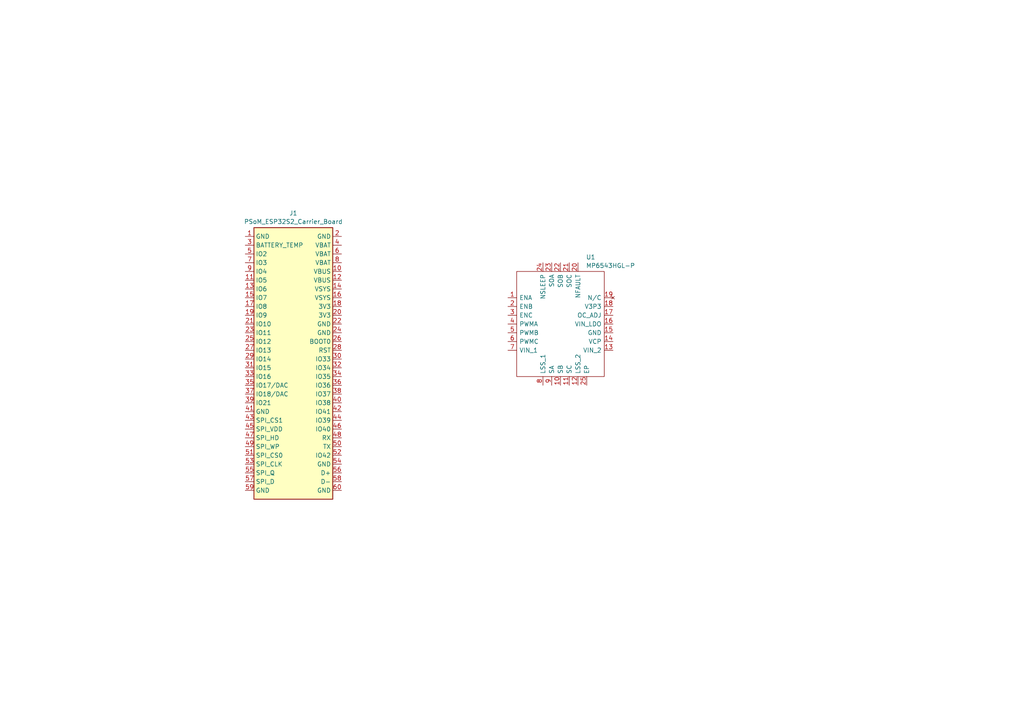
<source format=kicad_sch>
(kicad_sch (version 20250114) (generator "eeschema") (generator_version "9.0")
  (paper "A4")
  (lib_symbols
    (symbol "Component_lib:MP6543HGL-P" (pin_names (offset 0.762))
      (property "Reference" "U" (at 22.86 12.7 0))
      (property "Value" "MP6543HGL-P" (at 22.86 10.16 0))
      (symbol "MP6543HGL-P_0_0"
        (pin passive line (at 0 0 0) (length 2.54) (name "ENA") (number "1"))
        (pin passive line (at 0 -2.54 0) (length 2.54) (name "ENB") (number "2"))
        (pin passive line (at 0 -5.08 0) (length 2.54) (name "ENC") (number "3"))
        (pin passive line (at 0 -7.62 0) (length 2.54) (name "PWMA") (number "4"))
        (pin passive line (at 0 -10.16 0) (length 2.54) (name "PWMB") (number "5"))
        (pin passive line (at 0 -12.7 0) (length 2.54) (name "PWMC") (number "6"))
        (pin passive line (at 0 -15.24 0) (length 2.54) (name "VIN_1") (number "7"))
        (pin passive line (at 10.16 10.16 270) (length 2.54) (name "NSLEEP") (number "24"))
        (pin passive line (at 10.16 -25.4 90) (length 2.54) (name "LSS_1") (number "8"))
        (pin passive line (at 12.7 10.16 270) (length 2.54) (name "SOA") (number "23"))
        (pin passive line (at 12.7 -25.4 90) (length 2.54) (name "SA") (number "9"))
        (pin passive line (at 15.24 10.16 270) (length 2.54) (name "SOB") (number "22"))
        (pin passive line (at 15.24 -25.4 90) (length 2.54) (name "SB") (number "10"))
        (pin passive line (at 17.78 10.16 270) (length 2.54) (name "SOC") (number "21"))
        (pin passive line (at 17.78 -25.4 90) (length 2.54) (name "SC") (number "11"))
        (pin passive line (at 20.32 10.16 270) (length 2.54) (name "NFAULT") (number "20"))
        (pin passive line (at 20.32 -25.4 90) (length 2.54) (name "LSS_2") (number "12"))
        (pin passive line (at 22.86 -25.4 90) (length 2.54) (name "EP") (number "25"))
        (pin no_connect line (at 30.48 0 180) (length 2.54) (name "N/C") (number "19"))
        (pin passive line (at 30.48 -2.54 180) (length 2.54) (name "V3P3") (number "18"))
        (pin passive line (at 30.48 -5.08 180) (length 2.54) (name "OC_ADJ") (number "17"))
        (pin passive line (at 30.48 -7.62 180) (length 2.54) (name "VIN_LDO") (number "16"))
        (pin passive line (at 30.48 -10.16 180) (length 2.54) (name "GND") (number "15"))
        (pin passive line (at 30.48 -12.7 180) (length 2.54) (name "VCP") (number "14"))
        (pin passive line (at 30.48 -15.24 180) (length 2.54) (name "VIN_2") (number "13"))
      )
      (symbol "MP6543HGL-P_0_1"
        (rectangle (start 2.54 7.62) (end 27.94 -22.86) (stroke (width 0.1524)))
      )
    )
    (symbol "Component_lib:PSoM_ESP32S2_Carrier_Board"
      (property "Reference" "J" (at 2.54 7.62 0))
      (property "Value" "PSoM_ESP32S2_Carrier_Board" (at 2.54 5.08 0))
      (symbol "PSoM_ESP32S2_Carrier_Board_1_1"
        (rectangle (start 2.54 2.54) (end 25.4 -76.2) (stroke (width 0.254)) (fill (type background)))
        (pin passive line (at 0 0 0) (length 2.54) (name "GND") (number "1"))
        (pin passive line (at 0 -2.54 0) (length 2.54) (name "BATTERY_TEMP") (number "3"))
        (pin passive line (at 0 -5.08 0) (length 2.54) (name "IO2") (number "5"))
        (pin passive line (at 0 -7.62 0) (length 2.54) (name "IO3") (number "7"))
        (pin passive line (at 0 -10.16 0) (length 2.54) (name "IO4") (number "9"))
        (pin passive line (at 0 -12.7 0) (length 2.54) (name "IO5") (number "11"))
        (pin passive line (at 0 -15.24 0) (length 2.54) (name "IO6") (number "13"))
        (pin passive line (at 0 -17.78 0) (length 2.54) (name "IO7") (number "15"))
        (pin passive line (at 0 -20.32 0) (length 2.54) (name "IO8") (number "17"))
        (pin passive line (at 0 -22.86 0) (length 2.54) (name "IO9") (number "19"))
        (pin passive line (at 0 -25.4 0) (length 2.54) (name "IO10") (number "21"))
        (pin passive line (at 0 -27.94 0) (length 2.54) (name "IO11") (number "23"))
        (pin passive line (at 0 -30.48 0) (length 2.54) (name "IO12") (number "25"))
        (pin passive line (at 0 -33.02 0) (length 2.54) (name "IO13") (number "27"))
        (pin passive line (at 0 -35.56 0) (length 2.54) (name "IO14") (number "29"))
        (pin passive line (at 0 -38.1 0) (length 2.54) (name "IO15") (number "31"))
        (pin passive line (at 0 -40.64 0) (length 2.54) (name "IO16") (number "33"))
        (pin passive line (at 0 -43.18 0) (length 2.54) (name "IO17/DAC") (number "35"))
        (pin passive line (at 0 -45.72 0) (length 2.54) (name "IO18/DAC") (number "37"))
        (pin passive line (at 0 -48.26 0) (length 2.54) (name "IO21") (number "39"))
        (pin passive line (at 0 -50.8 0) (length 2.54) (name "GND") (number "41"))
        (pin passive line (at 0 -53.34 0) (length 2.54) (name "SPI_CS1") (number "43"))
        (pin passive line (at 0 -55.88 0) (length 2.54) (name "SPI_VDD") (number "45"))
        (pin passive line (at 0 -58.42 0) (length 2.54) (name "SPI_HD") (number "47"))
        (pin passive line (at 0 -60.96 0) (length 2.54) (name "SPI_WP") (number "49"))
        (pin passive line (at 0 -63.5 0) (length 2.54) (name "SPI_CS0") (number "51"))
        (pin passive line (at 0 -66.04 0) (length 2.54) (name "SPI_CLK") (number "53"))
        (pin passive line (at 0 -68.58 0) (length 2.54) (name "SPI_Q") (number "55"))
        (pin passive line (at 0 -71.12 0) (length 2.54) (name "SPI_D") (number "57"))
        (pin passive line (at 0 -73.66 0) (length 2.54) (name "GND") (number "59"))
        (pin passive line (at 27.94 0 180) (length 2.54) (name "GND") (number "2"))
        (pin passive line (at 27.94 -2.54 180) (length 2.54) (name "VBAT") (number "4"))
        (pin passive line (at 27.94 -5.08 180) (length 2.54) (name "VBAT") (number "6"))
        (pin passive line (at 27.94 -7.62 180) (length 2.54) (name "VBAT") (number "8"))
        (pin passive line (at 27.94 -10.16 180) (length 2.54) (name "VBUS") (number "10"))
        (pin passive line (at 27.94 -12.7 180) (length 2.54) (name "VBUS") (number "12"))
        (pin passive line (at 27.94 -15.24 180) (length 2.54) (name "VSYS") (number "14"))
        (pin passive line (at 27.94 -17.78 180) (length 2.54) (name "VSYS") (number "16"))
        (pin passive line (at 27.94 -20.32 180) (length 2.54) (name "3V3") (number "18"))
        (pin passive line (at 27.94 -22.86 180) (length 2.54) (name "3V3") (number "20"))
        (pin passive line (at 27.94 -25.4 180) (length 2.54) (name "GND") (number "22"))
        (pin passive line (at 27.94 -27.94 180) (length 2.54) (name "GND") (number "24"))
        (pin passive line (at 27.94 -30.48 180) (length 2.54) (name "BOOT0") (number "26"))
        (pin passive line (at 27.94 -33.02 180) (length 2.54) (name "RST") (number "28"))
        (pin passive line (at 27.94 -35.56 180) (length 2.54) (name "IO33") (number "30"))
        (pin passive line (at 27.94 -38.1 180) (length 2.54) (name "IO34") (number "32"))
        (pin passive line (at 27.94 -40.64 180) (length 2.54) (name "IO35") (number "34"))
        (pin passive line (at 27.94 -43.18 180) (length 2.54) (name "IO36") (number "36"))
        (pin passive line (at 27.94 -45.72 180) (length 2.54) (name "IO37") (number "38"))
        (pin passive line (at 27.94 -48.26 180) (length 2.54) (name "IO38") (number "40"))
        (pin passive line (at 27.94 -50.8 180) (length 2.54) (name "IO41") (number "42"))
        (pin passive line (at 27.94 -53.34 180) (length 2.54) (name "IO39") (number "44"))
        (pin passive line (at 27.94 -55.88 180) (length 2.54) (name "IO40") (number "46"))
        (pin passive line (at 27.94 -58.42 180) (length 2.54) (name "RX") (number "48"))
        (pin passive line (at 27.94 -60.96 180) (length 2.54) (name "TX") (number "50"))
        (pin passive line (at 27.94 -63.5 180) (length 2.54) (name "IO42") (number "52"))
        (pin passive line (at 27.94 -66.04 180) (length 2.54) (name "GND") (number "54"))
        (pin passive line (at 27.94 -68.58 180) (length 2.54) (name "D+") (number "56"))
        (pin passive line (at 27.94 -71.12 180) (length 2.54) (name "D-") (number "58"))
        (pin passive line (at 27.94 -73.66 180) (length 2.54) (name "GND") (number "60"))
      )
    )
  )
  (symbol (lib_id "Component_lib:MP6543HGL-P") (at 147.32 86.36 0) (unit 1)
    (property "Reference" "U1" (at 169.9548 74.5772 0) (effects (justify left)))
    (property "Value" "MP6543HGL-P" (at 169.9548 77.0476 0) (effects (justify left)))
    (property "Footprint" "Component_lib:QFN40P300X400X100-25N-D" (effects (hide yes)))
    (property "Datasheet" "https://www.monolithicpower.com/en/documentview/productdocument/index/version/2/document_type/Datasheet/lang/en/sku/MP6543HGL-Z/document_id/9087/" (effects (hide yes)))
    (property "Description" "Motor / Motion / Ignition Controllers & Drivers 22V, 2A three-phase power stage(ENABLE and PWM inputs for each 1 half-H-bridge)" (effects (hide yes)))
    (property "Height" "1" (effects (hide yes)))
    (property "Manufacturer_Name" "Monolithic Power Systems (MPS)" (effects (hide yes)))
    (property "Manufacturer_Part_Number" "MP6543HGL-P" (effects (hide yes)))
  )
  (symbol (lib_id "Component_lib:PSoM_ESP32S2_Carrier_Board") (at 71.12 68.58 0) (unit 1)
    (property "Reference" "J1" (at 85.09 61.8264 0))
    (property "Value" "PSoM_ESP32S2_Carrier_Board" (at 85.09 64.2968 0))
    (property "Footprint" "Component_lib:DF40C-60DS-0.4V(51)" (effects (hide yes)))
    (property "Datasheet" "https://www.mouser.ch/ProductDetail/Hirose-Connector/DF40C-60DS-04V51?qs=eDUdFcBPps0%252B%252BrqDQtiLyw%3D%3D" (effects (hide yes)))
    (property "Description" "Receptacle PSoM Carrier board" (effects (hide yes)))
  )
)
</source>
